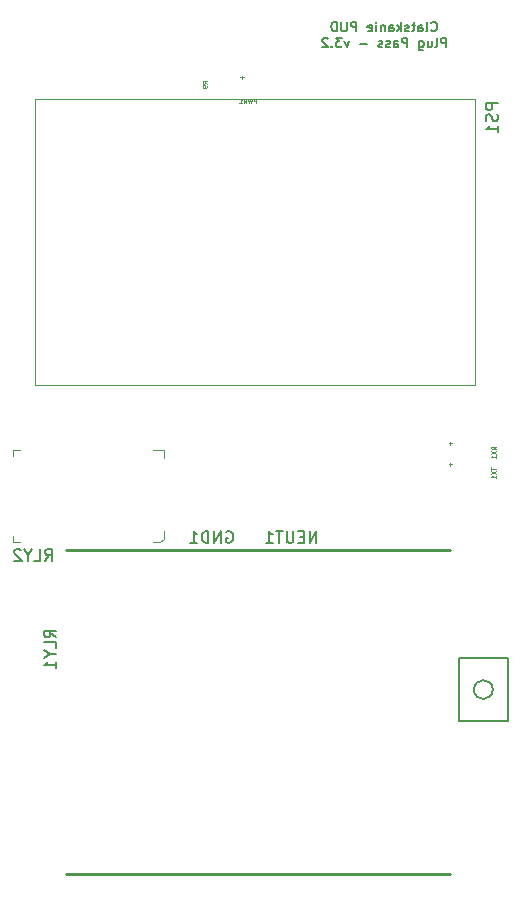
<source format=gbo>
G04 #@! TF.GenerationSoftware,KiCad,Pcbnew,(5.1.10)-1*
G04 #@! TF.CreationDate,2021-06-08T22:52:37-07:00*
G04 #@! TF.ProjectId,Plug_Pass,506c7567-5f50-4617-9373-2e6b69636164,v3.1*
G04 #@! TF.SameCoordinates,Original*
G04 #@! TF.FileFunction,Legend,Bot*
G04 #@! TF.FilePolarity,Positive*
%FSLAX46Y46*%
G04 Gerber Fmt 4.6, Leading zero omitted, Abs format (unit mm)*
G04 Created by KiCad (PCBNEW (5.1.10)-1) date 2021-06-08 22:52:37*
%MOMM*%
%LPD*%
G01*
G04 APERTURE LIST*
%ADD10C,0.150000*%
%ADD11C,0.120000*%
%ADD12C,0.127000*%
%ADD13C,0.250000*%
%ADD14C,0.100000*%
%ADD15C,0.038608*%
%ADD16C,0.050800*%
G04 APERTURE END LIST*
D10*
X167810952Y-54728714D02*
X167849047Y-54766809D01*
X167963333Y-54804904D01*
X168039523Y-54804904D01*
X168153809Y-54766809D01*
X168230000Y-54690619D01*
X168268095Y-54614428D01*
X168306190Y-54462047D01*
X168306190Y-54347761D01*
X168268095Y-54195380D01*
X168230000Y-54119190D01*
X168153809Y-54043000D01*
X168039523Y-54004904D01*
X167963333Y-54004904D01*
X167849047Y-54043000D01*
X167810952Y-54081095D01*
X167353809Y-54804904D02*
X167430000Y-54766809D01*
X167468095Y-54690619D01*
X167468095Y-54004904D01*
X166706190Y-54804904D02*
X166706190Y-54385857D01*
X166744285Y-54309666D01*
X166820476Y-54271571D01*
X166972857Y-54271571D01*
X167049047Y-54309666D01*
X166706190Y-54766809D02*
X166782380Y-54804904D01*
X166972857Y-54804904D01*
X167049047Y-54766809D01*
X167087142Y-54690619D01*
X167087142Y-54614428D01*
X167049047Y-54538238D01*
X166972857Y-54500142D01*
X166782380Y-54500142D01*
X166706190Y-54462047D01*
X166439523Y-54271571D02*
X166134761Y-54271571D01*
X166325238Y-54004904D02*
X166325238Y-54690619D01*
X166287142Y-54766809D01*
X166210952Y-54804904D01*
X166134761Y-54804904D01*
X165906190Y-54766809D02*
X165830000Y-54804904D01*
X165677619Y-54804904D01*
X165601428Y-54766809D01*
X165563333Y-54690619D01*
X165563333Y-54652523D01*
X165601428Y-54576333D01*
X165677619Y-54538238D01*
X165791904Y-54538238D01*
X165868095Y-54500142D01*
X165906190Y-54423952D01*
X165906190Y-54385857D01*
X165868095Y-54309666D01*
X165791904Y-54271571D01*
X165677619Y-54271571D01*
X165601428Y-54309666D01*
X165220476Y-54804904D02*
X165220476Y-54004904D01*
X165144285Y-54500142D02*
X164915714Y-54804904D01*
X164915714Y-54271571D02*
X165220476Y-54576333D01*
X164230000Y-54804904D02*
X164230000Y-54385857D01*
X164268095Y-54309666D01*
X164344285Y-54271571D01*
X164496666Y-54271571D01*
X164572857Y-54309666D01*
X164230000Y-54766809D02*
X164306190Y-54804904D01*
X164496666Y-54804904D01*
X164572857Y-54766809D01*
X164610952Y-54690619D01*
X164610952Y-54614428D01*
X164572857Y-54538238D01*
X164496666Y-54500142D01*
X164306190Y-54500142D01*
X164230000Y-54462047D01*
X163849047Y-54271571D02*
X163849047Y-54804904D01*
X163849047Y-54347761D02*
X163810952Y-54309666D01*
X163734761Y-54271571D01*
X163620476Y-54271571D01*
X163544285Y-54309666D01*
X163506190Y-54385857D01*
X163506190Y-54804904D01*
X163125238Y-54804904D02*
X163125238Y-54271571D01*
X163125238Y-54004904D02*
X163163333Y-54043000D01*
X163125238Y-54081095D01*
X163087142Y-54043000D01*
X163125238Y-54004904D01*
X163125238Y-54081095D01*
X162439523Y-54766809D02*
X162515714Y-54804904D01*
X162668095Y-54804904D01*
X162744285Y-54766809D01*
X162782380Y-54690619D01*
X162782380Y-54385857D01*
X162744285Y-54309666D01*
X162668095Y-54271571D01*
X162515714Y-54271571D01*
X162439523Y-54309666D01*
X162401428Y-54385857D01*
X162401428Y-54462047D01*
X162782380Y-54538238D01*
X161449047Y-54804904D02*
X161449047Y-54004904D01*
X161144285Y-54004904D01*
X161068095Y-54043000D01*
X161030000Y-54081095D01*
X160991904Y-54157285D01*
X160991904Y-54271571D01*
X161030000Y-54347761D01*
X161068095Y-54385857D01*
X161144285Y-54423952D01*
X161449047Y-54423952D01*
X160649047Y-54004904D02*
X160649047Y-54652523D01*
X160610952Y-54728714D01*
X160572857Y-54766809D01*
X160496666Y-54804904D01*
X160344285Y-54804904D01*
X160268095Y-54766809D01*
X160230000Y-54728714D01*
X160191904Y-54652523D01*
X160191904Y-54004904D01*
X159810952Y-54804904D02*
X159810952Y-54004904D01*
X159620476Y-54004904D01*
X159506190Y-54043000D01*
X159430000Y-54119190D01*
X159391904Y-54195380D01*
X159353809Y-54347761D01*
X159353809Y-54462047D01*
X159391904Y-54614428D01*
X159430000Y-54690619D01*
X159506190Y-54766809D01*
X159620476Y-54804904D01*
X159810952Y-54804904D01*
X169049047Y-56154904D02*
X169049047Y-55354904D01*
X168744285Y-55354904D01*
X168668095Y-55393000D01*
X168630000Y-55431095D01*
X168591904Y-55507285D01*
X168591904Y-55621571D01*
X168630000Y-55697761D01*
X168668095Y-55735857D01*
X168744285Y-55773952D01*
X169049047Y-55773952D01*
X168134761Y-56154904D02*
X168210952Y-56116809D01*
X168249047Y-56040619D01*
X168249047Y-55354904D01*
X167487142Y-55621571D02*
X167487142Y-56154904D01*
X167830000Y-55621571D02*
X167830000Y-56040619D01*
X167791904Y-56116809D01*
X167715714Y-56154904D01*
X167601428Y-56154904D01*
X167525238Y-56116809D01*
X167487142Y-56078714D01*
X166763333Y-55621571D02*
X166763333Y-56269190D01*
X166801428Y-56345380D01*
X166839523Y-56383476D01*
X166915714Y-56421571D01*
X167030000Y-56421571D01*
X167106190Y-56383476D01*
X166763333Y-56116809D02*
X166839523Y-56154904D01*
X166991904Y-56154904D01*
X167068095Y-56116809D01*
X167106190Y-56078714D01*
X167144285Y-56002523D01*
X167144285Y-55773952D01*
X167106190Y-55697761D01*
X167068095Y-55659666D01*
X166991904Y-55621571D01*
X166839523Y-55621571D01*
X166763333Y-55659666D01*
X165772857Y-56154904D02*
X165772857Y-55354904D01*
X165468095Y-55354904D01*
X165391904Y-55393000D01*
X165353809Y-55431095D01*
X165315714Y-55507285D01*
X165315714Y-55621571D01*
X165353809Y-55697761D01*
X165391904Y-55735857D01*
X165468095Y-55773952D01*
X165772857Y-55773952D01*
X164630000Y-56154904D02*
X164630000Y-55735857D01*
X164668095Y-55659666D01*
X164744285Y-55621571D01*
X164896666Y-55621571D01*
X164972857Y-55659666D01*
X164630000Y-56116809D02*
X164706190Y-56154904D01*
X164896666Y-56154904D01*
X164972857Y-56116809D01*
X165010952Y-56040619D01*
X165010952Y-55964428D01*
X164972857Y-55888238D01*
X164896666Y-55850142D01*
X164706190Y-55850142D01*
X164630000Y-55812047D01*
X164287142Y-56116809D02*
X164210952Y-56154904D01*
X164058571Y-56154904D01*
X163982380Y-56116809D01*
X163944285Y-56040619D01*
X163944285Y-56002523D01*
X163982380Y-55926333D01*
X164058571Y-55888238D01*
X164172857Y-55888238D01*
X164249047Y-55850142D01*
X164287142Y-55773952D01*
X164287142Y-55735857D01*
X164249047Y-55659666D01*
X164172857Y-55621571D01*
X164058571Y-55621571D01*
X163982380Y-55659666D01*
X163639523Y-56116809D02*
X163563333Y-56154904D01*
X163410952Y-56154904D01*
X163334761Y-56116809D01*
X163296666Y-56040619D01*
X163296666Y-56002523D01*
X163334761Y-55926333D01*
X163410952Y-55888238D01*
X163525238Y-55888238D01*
X163601428Y-55850142D01*
X163639523Y-55773952D01*
X163639523Y-55735857D01*
X163601428Y-55659666D01*
X163525238Y-55621571D01*
X163410952Y-55621571D01*
X163334761Y-55659666D01*
X162344285Y-55850142D02*
X161734761Y-55850142D01*
X160820476Y-55621571D02*
X160630000Y-56154904D01*
X160439523Y-55621571D01*
X160210952Y-55354904D02*
X159715714Y-55354904D01*
X159982380Y-55659666D01*
X159868095Y-55659666D01*
X159791904Y-55697761D01*
X159753809Y-55735857D01*
X159715714Y-55812047D01*
X159715714Y-56002523D01*
X159753809Y-56078714D01*
X159791904Y-56116809D01*
X159868095Y-56154904D01*
X160096666Y-56154904D01*
X160172857Y-56116809D01*
X160210952Y-56078714D01*
X159372857Y-56078714D02*
X159334761Y-56116809D01*
X159372857Y-56154904D01*
X159410952Y-56116809D01*
X159372857Y-56078714D01*
X159372857Y-56154904D01*
X159030000Y-55431095D02*
X158991904Y-55393000D01*
X158915714Y-55354904D01*
X158725238Y-55354904D01*
X158649047Y-55393000D01*
X158610952Y-55431095D01*
X158572857Y-55507285D01*
X158572857Y-55583476D01*
X158610952Y-55697761D01*
X159068095Y-56154904D01*
X158572857Y-56154904D01*
D11*
X171528000Y-60524000D02*
X134288000Y-60524000D01*
X134288000Y-60524000D02*
X134288000Y-84764000D01*
X134288000Y-84764000D02*
X171528000Y-84764000D01*
X171528000Y-84764000D02*
X171528000Y-60524000D01*
D12*
X173012000Y-110533000D02*
G75*
G03*
X173012000Y-110533000I-800000J0D01*
G01*
X174312000Y-113233000D02*
X170112000Y-113233000D01*
X170112000Y-113233000D02*
X170112000Y-107833000D01*
X170112000Y-107833000D02*
X174312000Y-107833000D01*
X174312000Y-107833000D02*
X174312000Y-113233000D01*
D13*
X136855200Y-126161800D02*
X169365200Y-126161800D01*
X136855200Y-98731800D02*
X169365200Y-98731800D01*
D14*
X144264000Y-98022000D02*
X144864000Y-98022000D01*
X144864000Y-98022000D02*
X145139000Y-97747000D01*
X145139000Y-97747000D02*
X145139000Y-97072000D01*
X144264000Y-90272000D02*
X145139000Y-90272000D01*
X145139000Y-90272000D02*
X145139000Y-90947000D01*
X132389000Y-97647000D02*
X132389000Y-97547000D01*
X132389000Y-97597000D02*
X132389000Y-98022000D01*
X132389000Y-98022000D02*
X132989000Y-98022000D01*
X133014000Y-90272000D02*
X132389000Y-90272000D01*
X132389000Y-90272000D02*
X132389000Y-90722000D01*
D10*
X173426380Y-60888714D02*
X172426380Y-60888714D01*
X172426380Y-61269666D01*
X172474000Y-61364904D01*
X172521619Y-61412523D01*
X172616857Y-61460142D01*
X172759714Y-61460142D01*
X172854952Y-61412523D01*
X172902571Y-61364904D01*
X172950190Y-61269666D01*
X172950190Y-60888714D01*
X173378761Y-61841095D02*
X173426380Y-61983952D01*
X173426380Y-62222047D01*
X173378761Y-62317285D01*
X173331142Y-62364904D01*
X173235904Y-62412523D01*
X173140666Y-62412523D01*
X173045428Y-62364904D01*
X172997809Y-62317285D01*
X172950190Y-62222047D01*
X172902571Y-62031571D01*
X172854952Y-61936333D01*
X172807333Y-61888714D01*
X172712095Y-61841095D01*
X172616857Y-61841095D01*
X172521619Y-61888714D01*
X172474000Y-61936333D01*
X172426380Y-62031571D01*
X172426380Y-62269666D01*
X172474000Y-62412523D01*
X173426380Y-63364904D02*
X173426380Y-62793476D01*
X173426380Y-63079190D02*
X172426380Y-63079190D01*
X172569238Y-62983952D01*
X172664476Y-62888714D01*
X172712095Y-62793476D01*
D15*
X172889575Y-91723996D02*
X172889575Y-91944613D01*
X173275655Y-91834304D02*
X172889575Y-91834304D01*
X172889575Y-92036537D02*
X173275655Y-92293923D01*
X172889575Y-92293923D02*
X173275655Y-92036537D01*
X173275655Y-92643234D02*
X173275655Y-92422617D01*
X173275655Y-92532925D02*
X172889575Y-92532925D01*
X172944729Y-92496156D01*
X172981499Y-92459386D01*
X172999883Y-92422617D01*
D16*
X169563142Y-91467214D02*
X169272857Y-91467214D01*
X169418000Y-91612357D02*
X169418000Y-91322071D01*
D15*
X173275655Y-90175805D02*
X173091807Y-90047112D01*
X173275655Y-89955188D02*
X172889575Y-89955188D01*
X172889575Y-90102266D01*
X172907960Y-90139036D01*
X172926344Y-90157420D01*
X172963114Y-90175805D01*
X173018268Y-90175805D01*
X173055038Y-90157420D01*
X173073422Y-90139036D01*
X173091807Y-90102266D01*
X173091807Y-89955188D01*
X172889575Y-90304499D02*
X173275655Y-90561885D01*
X172889575Y-90561885D02*
X173275655Y-90304499D01*
X173275655Y-90911196D02*
X173275655Y-90690579D01*
X173275655Y-90800887D02*
X172889575Y-90800887D01*
X172944729Y-90764118D01*
X172981499Y-90727348D01*
X172999883Y-90690579D01*
D16*
X169563142Y-89689214D02*
X169272857Y-89689214D01*
X169418000Y-89834357D02*
X169418000Y-89544071D01*
D15*
X148825615Y-59223670D02*
X148641767Y-59094977D01*
X148825615Y-59003053D02*
X148439535Y-59003053D01*
X148439535Y-59150131D01*
X148457920Y-59186900D01*
X148476304Y-59205285D01*
X148513074Y-59223670D01*
X148568228Y-59223670D01*
X148604998Y-59205285D01*
X148623382Y-59186900D01*
X148641767Y-59150131D01*
X148641767Y-59003053D01*
X148825615Y-59407518D02*
X148825615Y-59481057D01*
X148807230Y-59517826D01*
X148788845Y-59536211D01*
X148733691Y-59572980D01*
X148660152Y-59591365D01*
X148513074Y-59591365D01*
X148476304Y-59572980D01*
X148457920Y-59554596D01*
X148439535Y-59517826D01*
X148439535Y-59444287D01*
X148457920Y-59407518D01*
X148476304Y-59389133D01*
X148513074Y-59370748D01*
X148604998Y-59370748D01*
X148641767Y-59389133D01*
X148660152Y-59407518D01*
X148678537Y-59444287D01*
X148678537Y-59517826D01*
X148660152Y-59554596D01*
X148641767Y-59572980D01*
X148604998Y-59591365D01*
X152971620Y-60880655D02*
X152971620Y-60494575D01*
X152824542Y-60494575D01*
X152787773Y-60512960D01*
X152769388Y-60531344D01*
X152751003Y-60568114D01*
X152751003Y-60623268D01*
X152769388Y-60660038D01*
X152787773Y-60678422D01*
X152824542Y-60696807D01*
X152971620Y-60696807D01*
X152622310Y-60494575D02*
X152530386Y-60880655D01*
X152456847Y-60604883D01*
X152383308Y-60880655D01*
X152291384Y-60494575D01*
X151923689Y-60880655D02*
X152052382Y-60696807D01*
X152144306Y-60880655D02*
X152144306Y-60494575D01*
X151997228Y-60494575D01*
X151960459Y-60512960D01*
X151942074Y-60531344D01*
X151923689Y-60568114D01*
X151923689Y-60623268D01*
X151942074Y-60660038D01*
X151960459Y-60678422D01*
X151997228Y-60696807D01*
X152144306Y-60696807D01*
X151555994Y-60880655D02*
X151776611Y-60880655D01*
X151666302Y-60880655D02*
X151666302Y-60494575D01*
X151703072Y-60549729D01*
X151739841Y-60586499D01*
X151776611Y-60604883D01*
D16*
X151910142Y-58701214D02*
X151619857Y-58701214D01*
X151765000Y-58846357D02*
X151765000Y-58556071D01*
D10*
X136037580Y-106111800D02*
X135561390Y-105778466D01*
X136037580Y-105540371D02*
X135037580Y-105540371D01*
X135037580Y-105921323D01*
X135085200Y-106016561D01*
X135132819Y-106064180D01*
X135228057Y-106111800D01*
X135370914Y-106111800D01*
X135466152Y-106064180D01*
X135513771Y-106016561D01*
X135561390Y-105921323D01*
X135561390Y-105540371D01*
X136037580Y-107016561D02*
X136037580Y-106540371D01*
X135037580Y-106540371D01*
X135561390Y-107540371D02*
X136037580Y-107540371D01*
X135037580Y-107207038D02*
X135561390Y-107540371D01*
X135037580Y-107873704D01*
X136037580Y-108730847D02*
X136037580Y-108159419D01*
X136037580Y-108445133D02*
X135037580Y-108445133D01*
X135180438Y-108349895D01*
X135275676Y-108254657D01*
X135323295Y-108159419D01*
X150463095Y-97163000D02*
X150558333Y-97115380D01*
X150701190Y-97115380D01*
X150844047Y-97163000D01*
X150939285Y-97258238D01*
X150986904Y-97353476D01*
X151034523Y-97543952D01*
X151034523Y-97686809D01*
X150986904Y-97877285D01*
X150939285Y-97972523D01*
X150844047Y-98067761D01*
X150701190Y-98115380D01*
X150605952Y-98115380D01*
X150463095Y-98067761D01*
X150415476Y-98020142D01*
X150415476Y-97686809D01*
X150605952Y-97686809D01*
X149986904Y-98115380D02*
X149986904Y-97115380D01*
X149415476Y-98115380D01*
X149415476Y-97115380D01*
X148939285Y-98115380D02*
X148939285Y-97115380D01*
X148701190Y-97115380D01*
X148558333Y-97163000D01*
X148463095Y-97258238D01*
X148415476Y-97353476D01*
X148367857Y-97543952D01*
X148367857Y-97686809D01*
X148415476Y-97877285D01*
X148463095Y-97972523D01*
X148558333Y-98067761D01*
X148701190Y-98115380D01*
X148939285Y-98115380D01*
X147415476Y-98115380D02*
X147986904Y-98115380D01*
X147701190Y-98115380D02*
X147701190Y-97115380D01*
X147796428Y-97258238D01*
X147891666Y-97353476D01*
X147986904Y-97401095D01*
X158075047Y-98115380D02*
X158075047Y-97115380D01*
X157503619Y-98115380D01*
X157503619Y-97115380D01*
X157027428Y-97591571D02*
X156694095Y-97591571D01*
X156551238Y-98115380D02*
X157027428Y-98115380D01*
X157027428Y-97115380D01*
X156551238Y-97115380D01*
X156122666Y-97115380D02*
X156122666Y-97924904D01*
X156075047Y-98020142D01*
X156027428Y-98067761D01*
X155932190Y-98115380D01*
X155741714Y-98115380D01*
X155646476Y-98067761D01*
X155598857Y-98020142D01*
X155551238Y-97924904D01*
X155551238Y-97115380D01*
X155217904Y-97115380D02*
X154646476Y-97115380D01*
X154932190Y-98115380D02*
X154932190Y-97115380D01*
X153789333Y-98115380D02*
X154360761Y-98115380D01*
X154075047Y-98115380D02*
X154075047Y-97115380D01*
X154170285Y-97258238D01*
X154265523Y-97353476D01*
X154360761Y-97401095D01*
X135112000Y-99639380D02*
X135445333Y-99163190D01*
X135683428Y-99639380D02*
X135683428Y-98639380D01*
X135302476Y-98639380D01*
X135207238Y-98687000D01*
X135159619Y-98734619D01*
X135112000Y-98829857D01*
X135112000Y-98972714D01*
X135159619Y-99067952D01*
X135207238Y-99115571D01*
X135302476Y-99163190D01*
X135683428Y-99163190D01*
X134207238Y-99639380D02*
X134683428Y-99639380D01*
X134683428Y-98639380D01*
X133683428Y-99163190D02*
X133683428Y-99639380D01*
X134016761Y-98639380D02*
X133683428Y-99163190D01*
X133350095Y-98639380D01*
X133064380Y-98734619D02*
X133016761Y-98687000D01*
X132921523Y-98639380D01*
X132683428Y-98639380D01*
X132588190Y-98687000D01*
X132540571Y-98734619D01*
X132492952Y-98829857D01*
X132492952Y-98925095D01*
X132540571Y-99067952D01*
X133112000Y-99639380D01*
X132492952Y-99639380D01*
M02*

</source>
